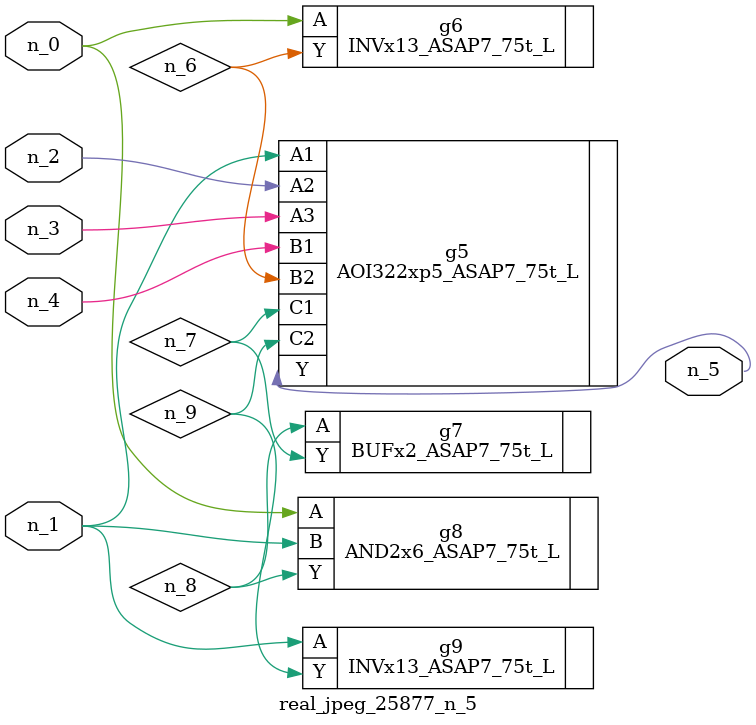
<source format=v>
module real_jpeg_25877_n_5 (n_4, n_0, n_1, n_2, n_3, n_5);

input n_4;
input n_0;
input n_1;
input n_2;
input n_3;

output n_5;

wire n_8;
wire n_6;
wire n_7;
wire n_9;

INVx13_ASAP7_75t_L g6 ( 
.A(n_0),
.Y(n_6)
);

AND2x6_ASAP7_75t_L g8 ( 
.A(n_0),
.B(n_1),
.Y(n_8)
);

AOI322xp5_ASAP7_75t_L g5 ( 
.A1(n_1),
.A2(n_2),
.A3(n_3),
.B1(n_4),
.B2(n_6),
.C1(n_7),
.C2(n_9),
.Y(n_5)
);

INVx13_ASAP7_75t_L g9 ( 
.A(n_1),
.Y(n_9)
);

BUFx2_ASAP7_75t_L g7 ( 
.A(n_8),
.Y(n_7)
);


endmodule
</source>
